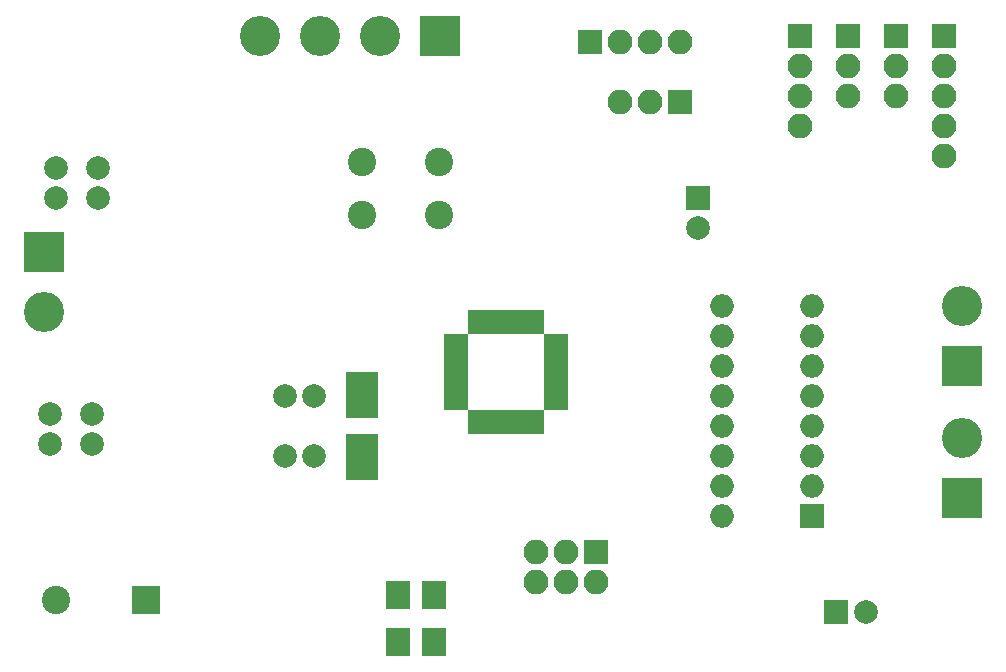
<source format=gbr>
G04 #@! TF.FileFunction,Soldermask,Top*
%FSLAX46Y46*%
G04 Gerber Fmt 4.6, Leading zero omitted, Abs format (unit mm)*
G04 Created by KiCad (PCBNEW 4.0.7) date 06/25/19 19:36:16*
%MOMM*%
%LPD*%
G01*
G04 APERTURE LIST*
%ADD10C,0.100000*%
%ADD11C,3.400000*%
%ADD12R,3.400000X3.400000*%
%ADD13R,2.400000X2.400000*%
%ADD14C,2.400000*%
%ADD15C,2.000000*%
%ADD16R,2.000000X2.000000*%
%ADD17R,2.100000X2.400000*%
%ADD18R,2.100000X2.100000*%
%ADD19O,2.100000X2.100000*%
%ADD20R,2.000000X0.950000*%
%ADD21R,0.950000X2.000000*%
%ADD22O,2.000000X2.000000*%
%ADD23R,2.800000X3.900000*%
G04 APERTURE END LIST*
D10*
D11*
X134112000Y-80772000D03*
X129032000Y-80772000D03*
D12*
X139192000Y-80772000D03*
D11*
X123952000Y-80772000D03*
D13*
X114300000Y-128524000D03*
D14*
X106700000Y-128524000D03*
D15*
X106172000Y-112776000D03*
X106172000Y-115276000D03*
X109728000Y-112776000D03*
X109728000Y-115276000D03*
D16*
X172720000Y-129540000D03*
D15*
X175220000Y-129540000D03*
D16*
X161036000Y-94488000D03*
D15*
X161036000Y-96988000D03*
X128524000Y-111252000D03*
X126024000Y-111252000D03*
X106680000Y-91948000D03*
X106680000Y-94448000D03*
X110236000Y-91948000D03*
X110236000Y-94448000D03*
X128524000Y-116332000D03*
X126024000Y-116332000D03*
D17*
X135636000Y-132048000D03*
X135636000Y-128048000D03*
X138684000Y-132048000D03*
X138684000Y-128048000D03*
D12*
X105664000Y-99060000D03*
D11*
X105664000Y-104140000D03*
D18*
X169672000Y-80772000D03*
D19*
X169672000Y-83312000D03*
X169672000Y-85852000D03*
X169672000Y-88392000D03*
D18*
X177800000Y-80772000D03*
D19*
X177800000Y-83312000D03*
X177800000Y-85852000D03*
D18*
X173736000Y-80772000D03*
D19*
X173736000Y-83312000D03*
X173736000Y-85852000D03*
D18*
X181864000Y-80772000D03*
D19*
X181864000Y-83312000D03*
X181864000Y-85852000D03*
X181864000Y-88392000D03*
X181864000Y-90932000D03*
D12*
X183388000Y-108712000D03*
D11*
X183388000Y-103632000D03*
D12*
X183388000Y-119888000D03*
D11*
X183388000Y-114808000D03*
D18*
X152400000Y-124460000D03*
D19*
X152400000Y-127000000D03*
X149860000Y-124460000D03*
X149860000Y-127000000D03*
X147320000Y-124460000D03*
X147320000Y-127000000D03*
D18*
X151892000Y-81280000D03*
D19*
X154432000Y-81280000D03*
X156972000Y-81280000D03*
X159512000Y-81280000D03*
D18*
X159512000Y-86360000D03*
D19*
X156972000Y-86360000D03*
X154432000Y-86360000D03*
D14*
X132588000Y-95940000D03*
X132588000Y-91440000D03*
X139088000Y-95940000D03*
X139088000Y-91440000D03*
D20*
X140530000Y-106420000D03*
X140530000Y-107220000D03*
X140530000Y-108020000D03*
X140530000Y-108820000D03*
X140530000Y-109620000D03*
X140530000Y-110420000D03*
X140530000Y-111220000D03*
X140530000Y-112020000D03*
D21*
X141980000Y-113470000D03*
X142780000Y-113470000D03*
X143580000Y-113470000D03*
X144380000Y-113470000D03*
X145180000Y-113470000D03*
X145980000Y-113470000D03*
X146780000Y-113470000D03*
X147580000Y-113470000D03*
D20*
X149030000Y-112020000D03*
X149030000Y-111220000D03*
X149030000Y-110420000D03*
X149030000Y-109620000D03*
X149030000Y-108820000D03*
X149030000Y-108020000D03*
X149030000Y-107220000D03*
X149030000Y-106420000D03*
D21*
X147580000Y-104970000D03*
X146780000Y-104970000D03*
X145980000Y-104970000D03*
X145180000Y-104970000D03*
X144380000Y-104970000D03*
X143580000Y-104970000D03*
X142780000Y-104970000D03*
X141980000Y-104970000D03*
D16*
X170688000Y-121412000D03*
D22*
X163068000Y-103632000D03*
X170688000Y-118872000D03*
X163068000Y-106172000D03*
X170688000Y-116332000D03*
X163068000Y-108712000D03*
X170688000Y-113792000D03*
X163068000Y-111252000D03*
X170688000Y-111252000D03*
X163068000Y-113792000D03*
X170688000Y-108712000D03*
X163068000Y-116332000D03*
X170688000Y-106172000D03*
X163068000Y-118872000D03*
X170688000Y-103632000D03*
X163068000Y-121412000D03*
D23*
X132588000Y-111192000D03*
X132588000Y-116392000D03*
M02*

</source>
